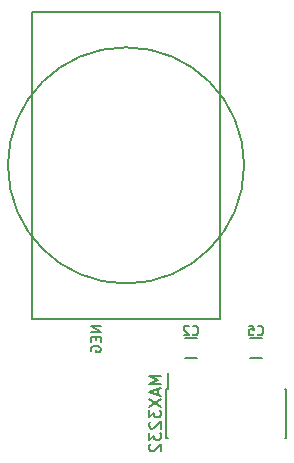
<source format=gbo>
G04 #@! TF.FileFunction,Legend,Bot*
%FSLAX46Y46*%
G04 Gerber Fmt 4.6, Leading zero omitted, Abs format (unit mm)*
G04 Created by KiCad (PCBNEW (2015-01-02 BZR 5348)-product) date 1/7/2015 6:05:39 PM*
%MOMM*%
G01*
G04 APERTURE LIST*
%ADD10C,0.150000*%
G04 APERTURE END LIST*
D10*
X171364524Y-68137619D02*
X170514524Y-68137619D01*
X171364524Y-68623333D01*
X170514524Y-68623333D01*
X170919286Y-69028095D02*
X170919286Y-69311428D01*
X171364524Y-69432857D02*
X171364524Y-69028095D01*
X170514524Y-69028095D01*
X170514524Y-69432857D01*
X170555000Y-70242381D02*
X170514524Y-70161429D01*
X170514524Y-70040000D01*
X170555000Y-69918572D01*
X170635952Y-69837619D01*
X170716905Y-69797143D01*
X170878810Y-69756667D01*
X171000238Y-69756667D01*
X171162143Y-69797143D01*
X171243095Y-69837619D01*
X171324048Y-69918572D01*
X171364524Y-70040000D01*
X171364524Y-70120952D01*
X171324048Y-70242381D01*
X171283571Y-70282857D01*
X171000238Y-70282857D01*
X171000238Y-70120952D01*
X183500000Y-54500000D02*
G75*
G03X183500000Y-54500000I-10000000J0D01*
G01*
X173500000Y-41500000D02*
X181500000Y-41500000D01*
X181500000Y-41500000D02*
X181500000Y-67500000D01*
X181500000Y-67500000D02*
X165500000Y-67500000D01*
X165500000Y-67500000D02*
X165500000Y-41500000D01*
X165500000Y-41500000D02*
X173500000Y-41500000D01*
X179500000Y-70850000D02*
X178500000Y-70850000D01*
X178500000Y-69150000D02*
X179500000Y-69150000D01*
X184000000Y-69150000D02*
X185000000Y-69150000D01*
X185000000Y-70850000D02*
X184000000Y-70850000D01*
X176925000Y-73425000D02*
X177030000Y-73425000D01*
X176925000Y-77575000D02*
X177030000Y-77575000D01*
X187075000Y-77575000D02*
X186970000Y-77575000D01*
X187075000Y-73425000D02*
X186970000Y-73425000D01*
X176925000Y-73425000D02*
X176925000Y-77575000D01*
X187075000Y-73425000D02*
X187075000Y-77575000D01*
X177030000Y-73425000D02*
X177030000Y-72050000D01*
X179133333Y-68785714D02*
X179171428Y-68823810D01*
X179285714Y-68861905D01*
X179361904Y-68861905D01*
X179476190Y-68823810D01*
X179552381Y-68747619D01*
X179590476Y-68671429D01*
X179628571Y-68519048D01*
X179628571Y-68404762D01*
X179590476Y-68252381D01*
X179552381Y-68176190D01*
X179476190Y-68100000D01*
X179361904Y-68061905D01*
X179285714Y-68061905D01*
X179171428Y-68100000D01*
X179133333Y-68138095D01*
X178828571Y-68138095D02*
X178790476Y-68100000D01*
X178714285Y-68061905D01*
X178523809Y-68061905D01*
X178447619Y-68100000D01*
X178409523Y-68138095D01*
X178371428Y-68214286D01*
X178371428Y-68290476D01*
X178409523Y-68404762D01*
X178866666Y-68861905D01*
X178371428Y-68861905D01*
X184633333Y-68785714D02*
X184671428Y-68823810D01*
X184785714Y-68861905D01*
X184861904Y-68861905D01*
X184976190Y-68823810D01*
X185052381Y-68747619D01*
X185090476Y-68671429D01*
X185128571Y-68519048D01*
X185128571Y-68404762D01*
X185090476Y-68252381D01*
X185052381Y-68176190D01*
X184976190Y-68100000D01*
X184861904Y-68061905D01*
X184785714Y-68061905D01*
X184671428Y-68100000D01*
X184633333Y-68138095D01*
X183909523Y-68061905D02*
X184290476Y-68061905D01*
X184328571Y-68442857D01*
X184290476Y-68404762D01*
X184214285Y-68366667D01*
X184023809Y-68366667D01*
X183947619Y-68404762D01*
X183909523Y-68442857D01*
X183871428Y-68519048D01*
X183871428Y-68709524D01*
X183909523Y-68785714D01*
X183947619Y-68823810D01*
X184023809Y-68861905D01*
X184214285Y-68861905D01*
X184290476Y-68823810D01*
X184328571Y-68785714D01*
X176452381Y-72357143D02*
X175452381Y-72357143D01*
X176166667Y-72690477D01*
X175452381Y-73023810D01*
X176452381Y-73023810D01*
X176166667Y-73452381D02*
X176166667Y-73928572D01*
X176452381Y-73357143D02*
X175452381Y-73690476D01*
X176452381Y-74023810D01*
X175452381Y-74261905D02*
X176452381Y-74928572D01*
X175452381Y-74928572D02*
X176452381Y-74261905D01*
X175452381Y-75214286D02*
X175452381Y-75833334D01*
X175833333Y-75500000D01*
X175833333Y-75642858D01*
X175880952Y-75738096D01*
X175928571Y-75785715D01*
X176023810Y-75833334D01*
X176261905Y-75833334D01*
X176357143Y-75785715D01*
X176404762Y-75738096D01*
X176452381Y-75642858D01*
X176452381Y-75357143D01*
X176404762Y-75261905D01*
X176357143Y-75214286D01*
X175547619Y-76214286D02*
X175500000Y-76261905D01*
X175452381Y-76357143D01*
X175452381Y-76595239D01*
X175500000Y-76690477D01*
X175547619Y-76738096D01*
X175642857Y-76785715D01*
X175738095Y-76785715D01*
X175880952Y-76738096D01*
X176452381Y-76166667D01*
X176452381Y-76785715D01*
X175452381Y-77119048D02*
X175452381Y-77738096D01*
X175833333Y-77404762D01*
X175833333Y-77547620D01*
X175880952Y-77642858D01*
X175928571Y-77690477D01*
X176023810Y-77738096D01*
X176261905Y-77738096D01*
X176357143Y-77690477D01*
X176404762Y-77642858D01*
X176452381Y-77547620D01*
X176452381Y-77261905D01*
X176404762Y-77166667D01*
X176357143Y-77119048D01*
X175547619Y-78119048D02*
X175500000Y-78166667D01*
X175452381Y-78261905D01*
X175452381Y-78500001D01*
X175500000Y-78595239D01*
X175547619Y-78642858D01*
X175642857Y-78690477D01*
X175738095Y-78690477D01*
X175880952Y-78642858D01*
X176452381Y-78071429D01*
X176452381Y-78690477D01*
M02*

</source>
